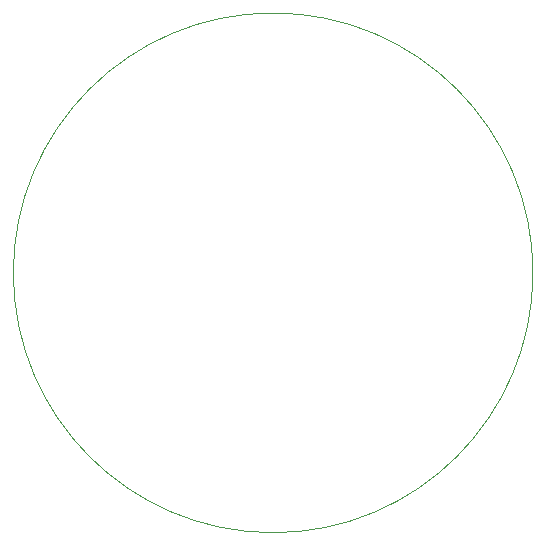
<source format=gbr>
%TF.GenerationSoftware,KiCad,Pcbnew,6.0.11-2627ca5db0~126~ubuntu22.04.1*%
%TF.CreationDate,2023-11-28T13:50:45+01:00*%
%TF.ProjectId,led_buck_3a,6c65645f-6275-4636-9b5f-33612e6b6963,rev?*%
%TF.SameCoordinates,Original*%
%TF.FileFunction,Profile,NP*%
%FSLAX46Y46*%
G04 Gerber Fmt 4.6, Leading zero omitted, Abs format (unit mm)*
G04 Created by KiCad (PCBNEW 6.0.11-2627ca5db0~126~ubuntu22.04.1) date 2023-11-28 13:50:45*
%MOMM*%
%LPD*%
G01*
G04 APERTURE LIST*
%TA.AperFunction,Profile*%
%ADD10C,0.050000*%
%TD*%
G04 APERTURE END LIST*
D10*
X72000000Y-50000000D02*
G75*
G03*
X72000000Y-50000000I-22000000J0D01*
G01*
M02*

</source>
